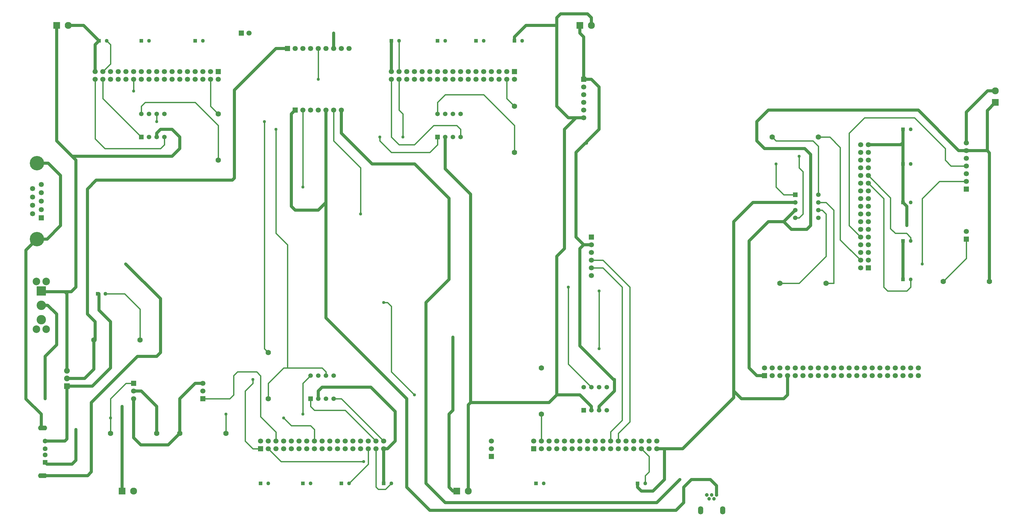
<source format=gbr>
G04 DipTrace 3.3.1.3*
G04 Bottom.gbr*
%MOIN*%
G04 #@! TF.FileFunction,Copper,L2,Bot*
G04 #@! TF.Part,Single*
%AMOUTLINE0*
4,1,8,
-0.009039,0.021824,
0.009039,0.021824,
0.021824,0.009039,
0.021824,-0.009039,
0.009039,-0.021824,
-0.009039,-0.021824,
-0.021824,-0.009039,
-0.021824,0.009039,
-0.009039,0.021824,
0*%
G04 #@! TA.AperFunction,Conductor*
%ADD13C,0.03937*%
%ADD14C,0.016*%
G04 #@! TA.AperFunction,ComponentPad*
%ADD16C,0.07*%
%ADD17C,0.07*%
%ADD18R,0.066929X0.066929*%
%ADD19C,0.066929*%
%ADD20C,0.05*%
%ADD21R,0.05X0.05*%
%ADD22R,0.090551X0.090551*%
%ADD23C,0.090551*%
%ADD24R,0.066535X0.066535*%
%ADD25C,0.066535*%
%ADD26C,0.187402*%
%ADD27C,0.062992*%
%ADD28R,0.062992X0.062992*%
%ADD29O,0.11811X0.062992*%
%ADD31R,0.074803X0.074803*%
%ADD32C,0.074803*%
%ADD33R,0.122047X0.122047*%
%ADD34C,0.122047*%
%ADD35C,0.098425*%
%ADD36R,0.059055X0.059055*%
%ADD37C,0.059055*%
%ADD38C,0.047244*%
%ADD39O,0.066929X0.106299*%
G04 #@! TA.AperFunction,ViaPad*
%ADD40C,0.04*%
G04 #@! TA.AperFunction,ComponentPad*
%ADD98OUTLINE0*%
%FSLAX26Y26*%
G04*
G70*
G90*
G75*
G01*
G04 Bottom*
%LPD*%
X1159055Y2283858D2*
D13*
X1388976D1*
X1509055Y2403937D1*
Y2783858D1*
X1524016D1*
Y3018898D1*
X1424016Y3118898D1*
Y4745446D1*
X1538055Y4859486D1*
X3306276D1*
X3335278Y4888488D1*
Y6030160D1*
X3874016Y6568898D1*
X4024016D1*
X13224016Y5868898D2*
X13120016Y5764898D1*
Y5243898D1*
X12849016D1*
X1159055Y2383858D2*
Y3383858D1*
X1132016Y3410898D1*
X832016D1*
X824016Y3418898D1*
X1024016Y6868898D2*
Y5368898D1*
X1224016Y5168898D1*
X2524016D1*
X2624016Y5268898D1*
Y5418898D1*
X2524016Y5518898D1*
X2374016D1*
X2324016Y5468898D1*
Y5418898D1*
X1132016Y3410898D2*
X1216016D1*
X1274016Y3468898D1*
Y5118898D1*
X1224016Y5168898D1*
X8074016Y1868898D2*
Y1918898D1*
X8274016Y2118898D1*
Y2268898D1*
X1874016Y1918898D2*
Y818898D1*
X6174016Y2818898D2*
Y1868898D1*
X12849016Y5243898D2*
X12749016D1*
X12224016Y5768898D1*
X10274016D1*
X10124016Y5618898D1*
Y5368898D1*
X10224016Y5268898D1*
X10747543D1*
X10824016Y5192425D1*
Y4268898D1*
X10774016Y4218898D1*
X10574016D1*
X10474016Y4318898D1*
X10624016Y4468898D1*
X13120016Y5243898D2*
X13149016Y5214898D1*
Y3543898D1*
X10224016Y2318898D2*
X10124016D1*
X10024016Y2418898D1*
Y4068898D1*
X10274016Y4318898D1*
X10474016D1*
X7874016Y6168898D2*
Y6718898D1*
X7824016Y6768898D1*
Y6868898D1*
X7911020Y5339370D2*
Y5355902D1*
X8074016Y5518898D1*
Y6068898D1*
X7974016Y6168898D1*
X7874016D1*
X7974016Y4018898D2*
X7874016D1*
X7774016Y4118898D1*
Y5218898D1*
X7894488Y5339370D1*
X7911020D1*
X8274016Y2268898D2*
X8262543D1*
X7824016Y2707425D1*
Y3968898D1*
X7874016Y4018898D1*
X6174016Y1868898D2*
X6124016Y1818898D1*
Y868898D1*
X6174016Y818898D1*
X6224016D1*
X6074016Y5418898D2*
Y5005917D1*
X6403016Y4676917D1*
Y1968898D1*
X7424016D1*
X7524016Y2068898D1*
X7824016D1*
X7974016Y1918898D1*
Y1868898D1*
X874016Y1468898D2*
X1130051D1*
X1159055Y1497902D1*
Y2183858D1*
X5274016Y918898D2*
Y1368898D1*
X12849016Y5343898D2*
Y5743898D1*
X13124016Y6018898D1*
X13224016D1*
X8574016Y918898D2*
Y868898D1*
X8624016Y818898D1*
X8774016D1*
X8924016Y968898D1*
Y1368898D1*
X8824016D1*
X1524016Y6268898D2*
Y6618898D1*
X1574016Y6668898D1*
X7524016Y2068898D2*
Y3868898D1*
X7624016Y3968898D1*
X7874016Y5668898D2*
X7674016D1*
X7524016Y5818898D1*
Y6868898D1*
X7124016D1*
X6974016Y6718898D1*
Y6668898D1*
X8824016Y1368898D2*
X9160232D1*
X9824016Y2032681D1*
Y2118898D1*
Y2818898D1*
X4624016Y6768898D2*
Y6568898D1*
X11574016Y5318898D2*
X11995016D1*
X12024016Y5347898D1*
Y5068898D1*
X6374016Y818898D2*
Y1939898D1*
X6403016Y1968898D1*
X5374016Y6668898D2*
Y6268898D1*
X12024016Y4068898D2*
Y3568898D1*
Y5347898D2*
Y5518898D1*
X1159055Y2183858D2*
X1488976D1*
X1724016Y2418898D1*
Y3018898D1*
X1574016Y3168898D1*
Y3383858D1*
X1559055D1*
X5274016Y1368898D2*
X5324016D1*
X5424016Y1468898D1*
Y1852890D1*
X5108008Y2168898D1*
X4474016D1*
X4424016Y2118898D1*
Y2018898D1*
X9824016Y2818898D2*
Y4318898D1*
X10074016Y4568898D1*
X10624016D1*
X9824016Y2118898D2*
X9924016Y2018898D1*
X10474016D1*
X10524016Y2068898D1*
Y2318898D1*
X1574016Y6668898D2*
X1374016Y6868898D1*
X1174016D1*
X7524016D2*
Y6968898D1*
X7574016Y7018898D1*
X7924016D1*
X7974016Y6968898D1*
Y6868898D1*
X7624016Y3968898D2*
Y5518898D1*
X7774016Y5668898D1*
X7874016D1*
X12024016Y4568898D2*
X12074016Y4518898D1*
Y4268898D1*
X12024016Y5068898D2*
Y4568898D1*
X768111Y5078937D2*
X913976D1*
X1074016Y4918898D1*
Y4268898D1*
X900197Y4095079D1*
X768111D1*
X624409Y3951378D1*
Y3771832D1*
Y2018504D1*
X824016Y1818898D1*
Y1640157D1*
X840551D1*
Y1022047D2*
X1427165D1*
X1474016Y1068898D1*
Y1968898D1*
X2074016Y2568898D1*
X2324016D1*
X2374016Y2618898D1*
Y3318898D1*
X1921081Y3771832D1*
X7974016Y2168898D2*
D14*
X7674016Y2468898D1*
Y3468898D1*
X11024016Y3518898D2*
X11124016D1*
Y4468898D1*
X11024016Y4568898D1*
X10924016D1*
X3774016Y2618898D2*
X3724016Y2668898D1*
Y5618898D1*
X2924016Y2218898D2*
D13*
X2824016D1*
X2624016Y2018898D1*
Y1568898D1*
X2474016Y1418898D1*
X2118016D1*
X2024016Y1512898D1*
Y2018898D1*
X1624016Y6168898D2*
D14*
Y5918898D1*
X2124016Y5418898D1*
X5224016D2*
Y5368898D1*
X5374016Y5218898D1*
X5874016D1*
X5974016Y5318898D1*
Y5418898D1*
X5524016D2*
Y5718898D1*
X5474016Y5768898D1*
Y6168898D1*
X6274016Y5418898D2*
Y5518898D1*
X6224016Y5568898D1*
X5924016D1*
X5674016Y5318898D1*
X5474016D1*
X5374016Y5418898D1*
Y6168898D1*
X1524016D2*
Y5397370D1*
X1652488Y5268898D1*
X2374016D1*
X2424016Y5318898D1*
Y5418898D1*
X10674016Y5168898D2*
Y5018898D1*
X10724016Y4968898D1*
Y4418898D1*
X10674016Y4368898D1*
X10624016D1*
X7324016Y1468898D2*
Y1818898D1*
X5274016Y1468898D2*
X4724016Y2018898D1*
X4624016D1*
X10374016Y5068898D2*
Y4768898D1*
X10474016Y4668898D1*
X10624016D1*
X3224016Y1818898D2*
Y1568898D1*
X4324016Y2318898D2*
X4224016Y2218898D1*
Y1818898D1*
X5174016Y1468898D2*
X4774016Y1868898D1*
X4374016D1*
X4324016Y1918898D1*
Y2018898D1*
X874016Y1193307D2*
D13*
X898425Y1168898D1*
X1224016D1*
X1274016Y1218898D1*
Y1618898D1*
X874016Y2018898D2*
Y2568898D1*
X1024016Y2718898D1*
Y3118898D1*
X909055Y3233858D1*
X824016D1*
X3124016Y5118898D2*
D14*
Y5568898D1*
X2824016Y5868898D1*
X2174016D1*
X2124016Y5818898D1*
Y5718898D1*
X10324016Y5418898D2*
X10374016Y5368898D1*
X10856016D1*
X10924016Y5300898D1*
Y4668898D1*
X4124016Y5768898D2*
D13*
X4074016Y5718898D1*
Y4518898D1*
X4124016Y4468898D1*
X4424016D1*
X4524016Y4568898D1*
Y5768898D1*
Y3068898D1*
X5574016Y2018898D1*
Y868898D1*
X5874016Y568898D1*
X9074016D1*
X9174016Y668898D1*
Y868898D1*
X9274016Y968898D1*
X9521000D1*
X9600000Y889898D1*
Y768898D1*
X5274016Y3268898D2*
D14*
X5324016D1*
X5374016Y3218898D1*
Y2368898D1*
X5674016Y2068898D1*
X3574016Y2268898D2*
Y2218898D1*
X3474016Y2118898D1*
Y1468898D1*
X3574016Y1368898D1*
X3674016D1*
X6974016Y5218898D2*
Y5568898D1*
X6574016Y5968898D1*
X6074016D1*
X5974016Y5868898D1*
Y5718898D1*
X5015016Y1202437D2*
X3940476D1*
X3774016Y1368898D1*
X1659055Y3383858D2*
X1909055D1*
X2109055Y3183858D1*
Y2783858D1*
X4424016Y6168898D2*
Y6568898D1*
X2024016Y6015906D2*
Y6168898D1*
X7974016Y3818898D2*
X8124016D1*
X8474016Y3468898D1*
Y1718898D1*
X8324016Y1568898D1*
Y1468898D1*
X7974016Y3718898D2*
X8124016D1*
X8374016Y3468898D1*
Y1739299D1*
X8224016Y1589299D1*
Y1468898D1*
X2924016Y2018898D2*
X3274016D1*
X3324016Y2068898D1*
Y2318898D1*
X3374016Y2368898D1*
X3624016D1*
X3674192Y2318722D1*
Y1788356D1*
X3874016Y1588531D1*
Y1468898D1*
X12849016Y4843898D2*
X12499016D1*
X12274016Y4618898D1*
Y3768898D1*
X11474016Y4118898D2*
X11324016Y4268898D1*
Y5469362D1*
X11523551Y5668898D1*
X12174016D1*
X12574016Y5268898D1*
Y5118898D1*
X12649016Y5043898D1*
X12849016D1*
X3974016Y1768898D2*
X4074016Y1668898D1*
X4324016D1*
X4374016Y1618898D1*
Y1468898D1*
X2024016Y2218898D2*
X1924016D1*
X1724016Y2018898D1*
Y1768898D1*
Y1568898D1*
X10424016Y3518898D2*
X10674016D1*
X11024016Y3868898D1*
Y4418898D1*
X10974016Y4468898D1*
X10924016D1*
X4524016Y2318898D2*
Y2368898D1*
X4474016Y2418898D1*
X4024016D1*
X3974016D1*
X3774016Y2218898D1*
Y2018898D1*
X2324016Y5618898D2*
Y5718898D1*
X4024016Y2418898D2*
Y4018898D1*
X3874016Y4168898D1*
Y5518898D1*
X8074016Y2668898D2*
Y3418898D1*
X4724016Y5768898D2*
D13*
Y5468898D1*
X5124016Y5068898D1*
X5677398D1*
X6124016Y4622280D1*
Y3568898D1*
X5824016Y3268898D1*
Y918898D1*
X6074016Y668898D1*
X8824016D1*
X9124016Y968898D1*
X4974016Y4418898D2*
D14*
Y5018898D1*
X4624016Y5368898D1*
Y5768898D1*
X4224016Y4771583D2*
Y5768898D1*
X2024016Y2118898D2*
D13*
X2124016D1*
X2324016Y1918898D1*
Y1568898D1*
X6874016Y6168898D2*
D14*
Y5918898D1*
X6974016Y5818898D1*
X3024016Y6168898D2*
Y5818898D1*
X3124016Y5718898D1*
X11474016Y3818898D2*
X11208383Y4084530D1*
Y5284530D1*
X11074016Y5418898D1*
X10924016D1*
X12549016Y3543898D2*
X12849016Y3843898D1*
Y4093898D1*
X5374016Y918898D2*
X5299016Y843898D1*
X5203016D1*
X5174016Y872898D1*
Y1368898D1*
X4824016Y918898D2*
X5074016Y1168898D1*
Y1368898D1*
X8674016Y918898D2*
Y1018898D1*
X8724016Y1068898D1*
Y1268898D1*
X8624016Y1368898D1*
X1674016Y6668898D2*
X1724016Y6618898D1*
Y6368898D1*
X1624016Y6268898D1*
X12124016Y4068898D2*
Y4114898D1*
X12070016Y4168898D1*
X11924016D1*
X11861731Y4231182D1*
Y4631182D1*
X11574016Y4918898D1*
X12124016Y3568898D2*
Y3468898D1*
X12074016Y3418898D1*
X11824016D1*
X11774016Y3468898D1*
Y4618898D1*
X11574016Y4818898D1*
X5474016Y6668898D2*
Y6268898D1*
D40*
X1921081Y3771832D3*
X624409D3*
X1274016Y1618898D3*
X874016Y2018898D3*
X5274016Y3268898D3*
X5674016Y2068898D3*
X9124016Y968898D3*
D3*
X7911020Y5339370D3*
X1874016Y1918898D3*
X6174016Y1868898D3*
X8274016Y2268898D3*
X6174016Y2818898D3*
X9824016D3*
X4624016Y6768898D3*
X12074016Y4268898D3*
X7624016Y3968898D3*
X7674016Y3468898D3*
X3724016Y5618898D3*
X5224016Y5418898D3*
X5524016D3*
X10674016Y5168898D3*
X10374016Y5068898D3*
X3224016Y1818898D3*
X4224016D3*
X3574016Y2268898D3*
X5015016Y1202437D3*
X4424016Y6168898D3*
X2024016Y6015906D3*
X12274016Y3768898D3*
X3974016Y1768898D3*
X1724016D3*
X2324016Y5618898D3*
X3874016Y5518898D3*
X8074016Y3418898D3*
Y2668898D3*
X4974016Y4418898D3*
X4224016Y4771583D3*
D16*
X3774016Y2018898D3*
D17*
Y2618898D3*
D16*
X13149016Y3543898D3*
D17*
X12549016D3*
D18*
X7974016Y4118898D3*
D19*
Y4018898D3*
Y3918898D3*
Y3818898D3*
Y3718898D3*
Y3618898D3*
D18*
X7874016Y6168898D3*
D19*
Y6068898D3*
Y5968898D3*
Y5868898D3*
Y5768898D3*
Y5668898D3*
D20*
X1659055Y3383858D3*
D21*
X1559055D3*
D20*
X3774016Y918898D3*
D21*
X3674016D3*
D20*
X5374016D3*
D21*
X5274016D3*
D20*
X4824016D3*
D21*
X4724016D3*
D20*
X4324016D3*
D21*
X4224016D3*
D20*
X7355512D3*
D21*
X7255512D3*
D20*
X8674016D3*
D21*
X8574016D3*
D20*
X2224016Y6668898D3*
D21*
X2124016D3*
D20*
X1674016D3*
D21*
X1574016D3*
D20*
X2924016D3*
D21*
X2824016D3*
D20*
X12124016Y5518898D3*
D21*
X12024016D3*
D20*
X12124016Y5068898D3*
D21*
X12024016D3*
D20*
X12124016Y4568898D3*
D21*
X12024016D3*
D20*
X12124016Y4068898D3*
D21*
X12024016D3*
D20*
X12124016Y3568898D3*
D21*
X12024016D3*
D20*
X5474016Y6668898D3*
D21*
X5374016D3*
D20*
X6074016D3*
D21*
X5974016D3*
D20*
X6574016D3*
D21*
X6474016D3*
D20*
X7074016D3*
D21*
X6974016D3*
D18*
X2924016Y2018898D3*
D19*
Y2118898D3*
Y2218898D3*
D18*
X4024016Y6568898D3*
D19*
X4124016D3*
X4224016D3*
X4324016D3*
X4424016D3*
X4524016D3*
X4624016D3*
X4724016D3*
X4824016D3*
D18*
X12849016Y4093898D3*
D19*
Y4193898D3*
D18*
X3124016Y6268898D3*
D19*
Y6168898D3*
X3024016Y6268898D3*
Y6168898D3*
X2924016Y6268898D3*
Y6168898D3*
X2824016Y6268898D3*
Y6168898D3*
X2724016Y6268898D3*
Y6168898D3*
X2624016Y6268898D3*
Y6168898D3*
X2524016Y6268898D3*
Y6168898D3*
X2424016Y6268898D3*
Y6168898D3*
X2324016Y6268898D3*
Y6168898D3*
X2224016Y6268898D3*
Y6168898D3*
X2124016Y6268898D3*
Y6168898D3*
X2024016Y6268898D3*
Y6168898D3*
X1924016Y6268898D3*
Y6168898D3*
X1824016Y6268898D3*
Y6168898D3*
X1724016Y6268898D3*
Y6168898D3*
X1624016Y6268898D3*
Y6168898D3*
X1524016Y6268898D3*
Y6168898D3*
D18*
X6974016Y6268898D3*
D19*
Y6168898D3*
X6874016Y6268898D3*
Y6168898D3*
X6774016Y6268898D3*
Y6168898D3*
X6674016Y6268898D3*
Y6168898D3*
X6574016Y6268898D3*
Y6168898D3*
X6474016Y6268898D3*
Y6168898D3*
X6374016Y6268898D3*
Y6168898D3*
X6274016Y6268898D3*
Y6168898D3*
X6174016Y6268898D3*
Y6168898D3*
X6074016Y6268898D3*
Y6168898D3*
X5974016Y6268898D3*
Y6168898D3*
X5874016Y6268898D3*
Y6168898D3*
X5774016Y6268898D3*
Y6168898D3*
X5674016Y6268898D3*
Y6168898D3*
X5574016Y6268898D3*
Y6168898D3*
X5474016Y6268898D3*
Y6168898D3*
X5374016Y6268898D3*
Y6168898D3*
D18*
X11574016Y3718898D3*
D19*
X11474016D3*
X11574016Y3818898D3*
X11474016D3*
X11574016Y3918898D3*
X11474016D3*
X11574016Y4018898D3*
X11474016D3*
X11574016Y4118898D3*
X11474016D3*
X11574016Y4218898D3*
X11474016D3*
X11574016Y4318898D3*
X11474016D3*
X11574016Y4418898D3*
X11474016D3*
X11574016Y4518898D3*
X11474016D3*
X11574016Y4618898D3*
X11474016D3*
X11574016Y4718898D3*
X11474016D3*
X11574016Y4818898D3*
X11474016D3*
X11574016Y4918898D3*
X11474016D3*
X11574016Y5018898D3*
X11474016D3*
X11574016Y5118898D3*
X11474016D3*
X11574016Y5218898D3*
X11474016D3*
X11574016Y5318898D3*
X11474016D3*
D18*
X7224016Y1368898D3*
D19*
Y1468898D3*
X7324016Y1368898D3*
Y1468898D3*
X7424016Y1368898D3*
Y1468898D3*
X7524016Y1368898D3*
Y1468898D3*
X7624016Y1368898D3*
Y1468898D3*
X7724016Y1368898D3*
Y1468898D3*
X7824016Y1368898D3*
Y1468898D3*
X7924016Y1368898D3*
Y1468898D3*
X8024016Y1368898D3*
Y1468898D3*
X8124016Y1368898D3*
Y1468898D3*
X8224016Y1368898D3*
Y1468898D3*
X8324016Y1368898D3*
Y1468898D3*
X8424016Y1368898D3*
Y1468898D3*
X8524016Y1368898D3*
Y1468898D3*
X8624016Y1368898D3*
Y1468898D3*
X8724016Y1368898D3*
Y1468898D3*
X8824016Y1368898D3*
Y1468898D3*
D18*
X3674016Y1368898D3*
D19*
Y1468898D3*
X3774016Y1368898D3*
Y1468898D3*
X3874016Y1368898D3*
Y1468898D3*
X3974016Y1368898D3*
Y1468898D3*
X4074016Y1368898D3*
Y1468898D3*
X4174016Y1368898D3*
Y1468898D3*
X4274016Y1368898D3*
Y1468898D3*
X4374016Y1368898D3*
Y1468898D3*
X4474016Y1368898D3*
Y1468898D3*
X4574016Y1368898D3*
Y1468898D3*
X4674016Y1368898D3*
Y1468898D3*
X4774016Y1368898D3*
Y1468898D3*
X4874016Y1368898D3*
Y1468898D3*
X4974016Y1368898D3*
Y1468898D3*
X5074016Y1368898D3*
Y1468898D3*
X5174016Y1368898D3*
Y1468898D3*
X5274016Y1368898D3*
Y1468898D3*
D22*
X7824016Y6868898D3*
D23*
X7974016D3*
D24*
X824016Y4368898D3*
D25*
Y4477953D3*
Y4587008D3*
Y4696063D3*
Y4805118D3*
X712205Y4423425D3*
Y4532480D3*
Y4641535D3*
Y4750591D3*
D26*
X768111Y4095079D3*
Y5078937D3*
D18*
X3424016Y6768898D3*
D19*
X3524016D3*
D22*
X1024016Y6868898D3*
D23*
X1174016D3*
D22*
X6224016Y818898D3*
D23*
X6374016D3*
D18*
X10224016Y2318898D3*
D19*
Y2418898D3*
X10324016Y2318898D3*
Y2418898D3*
X10424016Y2318898D3*
Y2418898D3*
X10524016Y2318898D3*
Y2418898D3*
X10624016Y2318898D3*
Y2418898D3*
X10724016Y2318898D3*
Y2418898D3*
X10824016Y2318898D3*
Y2418898D3*
X10924016Y2318898D3*
Y2418898D3*
X11024016Y2318898D3*
Y2418898D3*
X11124016Y2318898D3*
Y2418898D3*
X11224016Y2318898D3*
Y2418898D3*
X11324016Y2318898D3*
Y2418898D3*
X11424016Y2318898D3*
Y2418898D3*
X11524016Y2318898D3*
Y2418898D3*
X11624016Y2318898D3*
Y2418898D3*
X11724016Y2318898D3*
Y2418898D3*
X11824016Y2318898D3*
Y2418898D3*
X11924016Y2318898D3*
Y2418898D3*
X12024016Y2318898D3*
Y2418898D3*
X12124016Y2318898D3*
Y2418898D3*
X12224016Y2318898D3*
Y2418898D3*
D22*
X13224016Y5868898D3*
D23*
Y6018898D3*
D27*
X874016Y1468898D3*
Y1370472D3*
Y1291732D3*
D28*
Y1193307D3*
D29*
X840551Y1640157D3*
Y1022047D3*
D22*
X1874016Y818898D3*
D23*
X2024016D3*
D18*
X4124016Y5768898D3*
D19*
X4224016D3*
X4324016D3*
X4424016D3*
X4524016D3*
X4624016D3*
X4724016D3*
D16*
X1724016Y1568898D3*
D17*
X2324016D3*
D16*
X3224016D3*
D17*
X2624016D3*
D16*
X7324016Y2418898D3*
D17*
Y1818898D3*
D16*
X3124016Y5118898D3*
D17*
Y5718898D3*
D16*
X6974016Y5818898D3*
D17*
Y5218898D3*
D16*
X10924016Y5418898D3*
D17*
X10324016D3*
D16*
X2109055Y2783858D3*
D17*
X1509055D3*
D16*
X10424016Y3518898D3*
D17*
X11024016D3*
D31*
X1159055Y2183858D3*
D32*
Y2283858D3*
Y2383858D3*
D18*
X2024016Y2218898D3*
D19*
Y2118898D3*
Y2018898D3*
D18*
X6674016Y1268898D3*
D19*
Y1368898D3*
Y1468898D3*
D33*
X824016Y3418898D3*
D34*
Y3233858D3*
Y3048819D3*
D35*
X886614Y2923819D3*
X761417D3*
Y3543898D3*
X886614D3*
D36*
X2124016Y5418898D3*
D37*
X2224016D3*
X2324016D3*
X2424016D3*
Y5718898D3*
X2324016D3*
X2224016D3*
X2124016D3*
D36*
X5974016Y5418898D3*
D37*
X6074016D3*
X6174016D3*
X6274016D3*
Y5718898D3*
X6174016D3*
X6074016D3*
X5974016D3*
D36*
X10624016Y4668898D3*
D37*
Y4568898D3*
Y4468898D3*
Y4368898D3*
X10924016D3*
Y4468898D3*
Y4568898D3*
Y4668898D3*
D36*
X4324016Y2018898D3*
D37*
X4424016D3*
X4524016D3*
X4624016D3*
Y2318898D3*
X4524016D3*
X4424016D3*
X4324016D3*
D36*
X7874016Y1868898D3*
D37*
X7974016D3*
X8074016D3*
X8174016D3*
Y2168898D3*
X8074016D3*
X7974016D3*
X7874016D3*
D18*
X12849016Y4743898D3*
D19*
Y4843898D3*
Y4943898D3*
Y5043898D3*
Y5143898D3*
Y5243898D3*
Y5343898D3*
D98*
X9474016Y768898D3*
D38*
X9505512Y721654D3*
X9537008Y768898D3*
X9568504Y721654D3*
X9600000Y768898D3*
D39*
X9393307Y570079D3*
X9680709D3*
M02*

</source>
